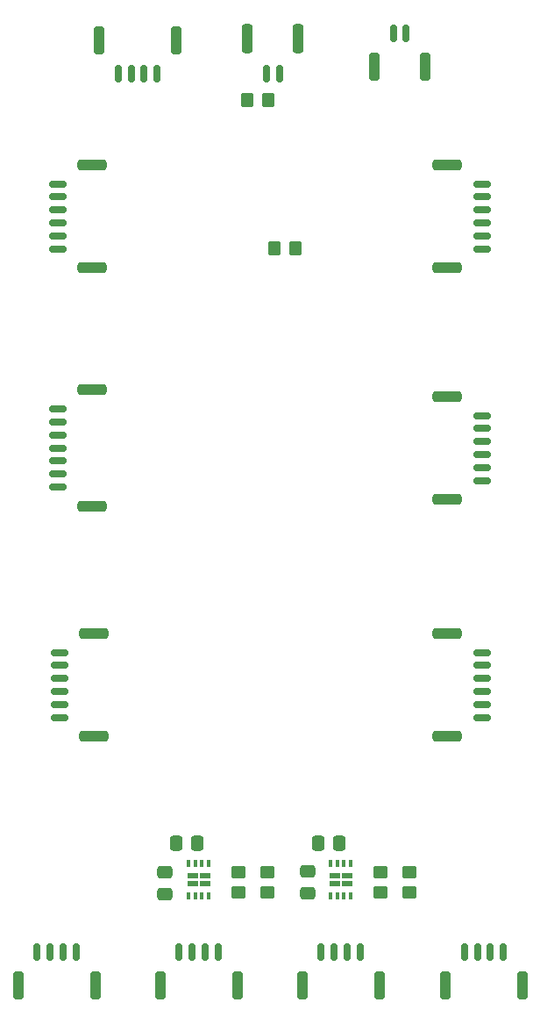
<source format=gbr>
%TF.GenerationSoftware,KiCad,Pcbnew,(6.0.1-0)*%
%TF.CreationDate,2023-01-01T10:50:50-08:00*%
%TF.ProjectId,nucleo_144_hat,6e75636c-656f-45f3-9134-345f6861742e,rev?*%
%TF.SameCoordinates,Original*%
%TF.FileFunction,Paste,Top*%
%TF.FilePolarity,Positive*%
%FSLAX46Y46*%
G04 Gerber Fmt 4.6, Leading zero omitted, Abs format (unit mm)*
G04 Created by KiCad (PCBNEW (6.0.1-0)) date 2023-01-01 10:50:50*
%MOMM*%
%LPD*%
G01*
G04 APERTURE LIST*
G04 Aperture macros list*
%AMRoundRect*
0 Rectangle with rounded corners*
0 $1 Rounding radius*
0 $2 $3 $4 $5 $6 $7 $8 $9 X,Y pos of 4 corners*
0 Add a 4 corners polygon primitive as box body*
4,1,4,$2,$3,$4,$5,$6,$7,$8,$9,$2,$3,0*
0 Add four circle primitives for the rounded corners*
1,1,$1+$1,$2,$3*
1,1,$1+$1,$4,$5*
1,1,$1+$1,$6,$7*
1,1,$1+$1,$8,$9*
0 Add four rect primitives between the rounded corners*
20,1,$1+$1,$2,$3,$4,$5,0*
20,1,$1+$1,$4,$5,$6,$7,0*
20,1,$1+$1,$6,$7,$8,$9,0*
20,1,$1+$1,$8,$9,$2,$3,0*%
G04 Aperture macros list end*
%ADD10RoundRect,0.150000X-0.150000X-0.700000X0.150000X-0.700000X0.150000X0.700000X-0.150000X0.700000X0*%
%ADD11RoundRect,0.250000X-0.250000X-1.150000X0.250000X-1.150000X0.250000X1.150000X-0.250000X1.150000X0*%
%ADD12RoundRect,0.250000X0.337500X0.475000X-0.337500X0.475000X-0.337500X-0.475000X0.337500X-0.475000X0*%
%ADD13RoundRect,0.250000X-0.350000X-0.450000X0.350000X-0.450000X0.350000X0.450000X-0.350000X0.450000X0*%
%ADD14R,1.000000X0.600000*%
%ADD15R,0.350000X0.650000*%
%ADD16RoundRect,0.250000X-0.250000X-1.100000X0.250000X-1.100000X0.250000X1.100000X-0.250000X1.100000X0*%
%ADD17RoundRect,0.150000X0.700000X-0.150000X0.700000X0.150000X-0.700000X0.150000X-0.700000X-0.150000X0*%
%ADD18RoundRect,0.250000X1.150000X-0.250000X1.150000X0.250000X-1.150000X0.250000X-1.150000X-0.250000X0*%
%ADD19RoundRect,0.250000X0.450000X-0.350000X0.450000X0.350000X-0.450000X0.350000X-0.450000X-0.350000X0*%
%ADD20RoundRect,0.150000X-0.700000X0.150000X-0.700000X-0.150000X0.700000X-0.150000X0.700000X0.150000X0*%
%ADD21RoundRect,0.250000X-1.150000X0.250000X-1.150000X-0.250000X1.150000X-0.250000X1.150000X0.250000X0*%
%ADD22RoundRect,0.250000X0.475000X-0.337500X0.475000X0.337500X-0.475000X0.337500X-0.475000X-0.337500X0*%
%ADD23RoundRect,0.150000X0.150000X0.700000X-0.150000X0.700000X-0.150000X-0.700000X0.150000X-0.700000X0*%
%ADD24RoundRect,0.250000X0.250000X1.100000X-0.250000X1.100000X-0.250000X-1.100000X0.250000X-1.100000X0*%
%ADD25RoundRect,0.250000X-0.450000X0.350000X-0.450000X-0.350000X0.450000X-0.350000X0.450000X0.350000X0*%
%ADD26RoundRect,0.250000X0.350000X0.450000X-0.350000X0.450000X-0.350000X-0.450000X0.350000X-0.450000X0*%
G04 APERTURE END LIST*
D10*
%TO.C,J13*%
X146995000Y-59350000D03*
X148245000Y-59350000D03*
D11*
X145145000Y-56000000D03*
X150095000Y-56000000D03*
%TD*%
D12*
%TO.C,C1*%
X140356500Y-133604000D03*
X138281500Y-133604000D03*
%TD*%
D13*
%TO.C,R5*%
X147156000Y-61954000D03*
X145156000Y-61954000D03*
%TD*%
D14*
%TO.C,U3*%
X154778000Y-136772500D03*
X153578000Y-136772500D03*
X154778000Y-137547500D03*
X153578000Y-137547500D03*
D15*
X155153000Y-135610000D03*
X154503000Y-135610000D03*
X153853000Y-135610000D03*
X153203000Y-135610000D03*
X153203000Y-138710000D03*
X153853000Y-138710000D03*
X154503000Y-138710000D03*
X155153000Y-138710000D03*
%TD*%
D10*
%TO.C,J9*%
X152303000Y-144174600D03*
X153553000Y-144174600D03*
X154803000Y-144174600D03*
X156053000Y-144174600D03*
D16*
X150453000Y-147374600D03*
X157903000Y-147374600D03*
%TD*%
D17*
%TO.C,J4*%
X167812000Y-76277000D03*
X167812000Y-75027000D03*
X167812000Y-73777000D03*
X167812000Y-72527000D03*
X167812000Y-71277000D03*
X167812000Y-70027000D03*
D18*
X164462000Y-78127000D03*
X164462000Y-68177000D03*
%TD*%
D17*
%TO.C,J6*%
X167812000Y-121489000D03*
X167812000Y-120239000D03*
X167812000Y-118989000D03*
X167812000Y-117739000D03*
X167812000Y-116489000D03*
X167812000Y-115239000D03*
D18*
X164462000Y-123339000D03*
X164462000Y-113389000D03*
%TD*%
D19*
%TO.C,R2*%
X160782000Y-138414000D03*
X160782000Y-136414000D03*
%TD*%
D20*
%TO.C,J7*%
X126828000Y-70027000D03*
X126828000Y-71277000D03*
X126828000Y-72527000D03*
X126828000Y-73777000D03*
X126828000Y-75027000D03*
X126828000Y-76277000D03*
D21*
X130178000Y-78127000D03*
X130178000Y-68177000D03*
%TD*%
D22*
%TO.C,C4*%
X151003000Y-138451500D03*
X151003000Y-136376500D03*
%TD*%
%TO.C,C3*%
X137166000Y-138539000D03*
X137166000Y-136464000D03*
%TD*%
D23*
%TO.C,J3*%
X136444200Y-59381000D03*
X135194200Y-59381000D03*
X133944200Y-59381000D03*
X132694200Y-59381000D03*
D24*
X130844200Y-56181000D03*
X138294200Y-56181000D03*
%TD*%
D10*
%TO.C,J12*%
X159265000Y-55530000D03*
X160515000Y-55530000D03*
D16*
X162365000Y-58730000D03*
X157415000Y-58730000D03*
%TD*%
D10*
%TO.C,J11*%
X138587000Y-144174600D03*
X139837000Y-144174600D03*
X141087000Y-144174600D03*
X142337000Y-144174600D03*
D16*
X136737000Y-147374600D03*
X144187000Y-147374600D03*
%TD*%
D25*
%TO.C,R3*%
X144272000Y-136414000D03*
X144272000Y-138414000D03*
%TD*%
D26*
%TO.C,R6*%
X149790000Y-76200000D03*
X147790000Y-76200000D03*
%TD*%
D25*
%TO.C,R4*%
X157988000Y-136414000D03*
X157988000Y-138414000D03*
%TD*%
D10*
%TO.C,J10*%
X166146000Y-144174600D03*
X167396000Y-144174600D03*
X168646000Y-144174600D03*
X169896000Y-144174600D03*
D16*
X171746000Y-147374600D03*
X164296000Y-147374600D03*
%TD*%
D20*
%TO.C,J2*%
X127026000Y-115239000D03*
X127026000Y-116489000D03*
X127026000Y-117739000D03*
X127026000Y-118989000D03*
X127026000Y-120239000D03*
X127026000Y-121489000D03*
D21*
X130376000Y-113389000D03*
X130376000Y-123339000D03*
%TD*%
D14*
%TO.C,U2*%
X139862000Y-137547500D03*
X141062000Y-137547500D03*
X141062000Y-136772500D03*
X139862000Y-136772500D03*
D15*
X141437000Y-135610000D03*
X140787000Y-135610000D03*
X140137000Y-135610000D03*
X139487000Y-135610000D03*
X139487000Y-138710000D03*
X140137000Y-138710000D03*
X140787000Y-138710000D03*
X141437000Y-138710000D03*
%TD*%
D17*
%TO.C,J5*%
X167812000Y-98629000D03*
X167812000Y-97379000D03*
X167812000Y-96129000D03*
X167812000Y-94879000D03*
X167812000Y-93629000D03*
X167812000Y-92379000D03*
D18*
X164462000Y-90529000D03*
X164462000Y-100479000D03*
%TD*%
D12*
%TO.C,C2*%
X154072500Y-133604000D03*
X151997500Y-133604000D03*
%TD*%
D19*
%TO.C,R1*%
X147066000Y-138414000D03*
X147066000Y-136414000D03*
%TD*%
D10*
%TO.C,J8*%
X124871000Y-144174600D03*
X126121000Y-144174600D03*
X127371000Y-144174600D03*
X128621000Y-144174600D03*
D16*
X123021000Y-147374600D03*
X130471000Y-147374600D03*
%TD*%
D20*
%TO.C,J1*%
X126828000Y-91754000D03*
X126828000Y-93004000D03*
X126828000Y-94254000D03*
X126828000Y-95504000D03*
X126828000Y-96754000D03*
X126828000Y-98004000D03*
X126828000Y-99254000D03*
D21*
X130178000Y-89904000D03*
X130178000Y-101104000D03*
%TD*%
M02*

</source>
